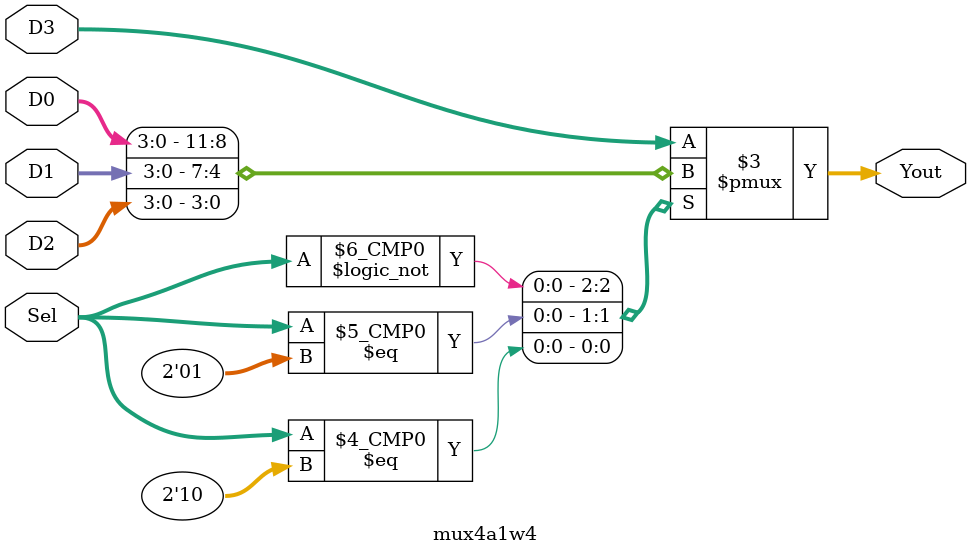
<source format=sv>
`timescale 1ns / 1ps

// Design of a multiplexor 4 to 1 with a width of 4 bits

module mux4a1w4(
    input logic [3:0] D0, D1, D2, D3,
    input logic [1:0] Sel,
    output logic [3:0] Yout
);

// Internal Signals
// ...
 
// Hardware

// Using a switch statement
// always @(...) suffers from time 0 race conditions that always_comb 
// avoids by ensuring that the latter triggers at time 0 
// regardless of whether or not it sees any event triggers
//always @ (D0, D1, D2, D3, Sel) begin
always_comb begin
    case(Sel)
        2'b00 : Yout = D0;
        2'b01 : Yout = D1;
        2'b10 : Yout = D2;
        default : Yout = D3;
    endcase
end;

// Concating if statements
//assign Yout = (Sel == 2'b00) ? D0 :
//    (Sel == 2'b01) ? D1 :
//    (Sel == 2'b10) ? D2 : D3;

endmodule

</source>
